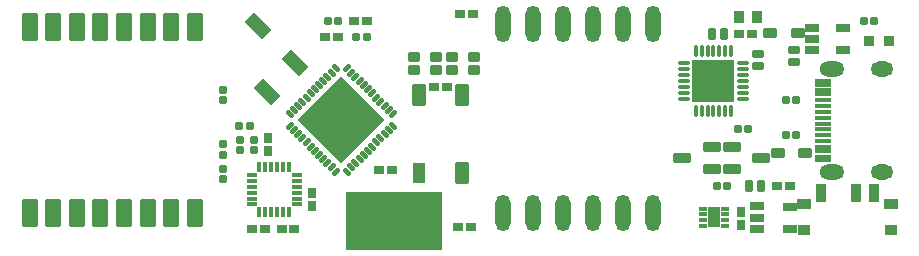
<source format=gts>
G04 Layer: TopSolderMaskLayer*
G04 EasyEDA v6.5.29, 2023-07-07 16:20:56*
G04 d9f499156d004e84aee0404722c7e58c,63a96235fadc4189ab89c93b90d034ab,10*
G04 Gerber Generator version 0.2*
G04 Scale: 100 percent, Rotated: No, Reflected: No *
G04 Dimensions in millimeters *
G04 leading zeros omitted , absolute positions ,4 integer and 5 decimal *
%FSLAX45Y45*%
%MOMM*%

%AMMACRO1*1,1,$1,$2,$3*1,1,$1,$4,$5*1,1,$1,0-$2,0-$3*1,1,$1,0-$4,0-$5*20,1,$1,$2,$3,$4,$5,0*20,1,$1,$4,$5,0-$2,0-$3,0*20,1,$1,0-$2,0-$3,0-$4,0-$5,0*20,1,$1,0-$4,0-$5,$2,$3,0*4,1,4,$2,$3,$4,$5,0-$2,0-$3,0-$4,0-$5,$2,$3,0*%
%ADD10MACRO1,0.1016X-0.395X-0.27X-0.395X0.27*%
%ADD11MACRO1,0.1016X0.395X-0.27X0.395X0.27*%
%ADD12O,1.3015976000000002X3.101594*%
%ADD13MACRO1,0.2032X0.4X0.25X0.4X-0.25*%
%ADD14MACRO1,0.2032X-0.25X0.4X0.25X0.4*%
%ADD15MACRO1,0.1016X-0.5X0.375X0.5X0.375*%
%ADD16MACRO1,0.2032X0.625X0.35X0.625X-0.35*%
%ADD17MACRO1,0.2032X-0.625X-0.35X-0.625X0.35*%
%ADD18MACRO1,0.1016X-0.2828X-0.27X-0.2828X0.27*%
%ADD19MACRO1,0.1016X0.2828X-0.27X0.2828X0.27*%
%ADD20MACRO1,0.1016X1.75X-1.75X-1.75X-1.75*%
%ADD21O,0.38160960000000005X1.0015981999999999*%
%ADD22O,1.0015981999999999X0.38160960000000005*%
%ADD23MACRO1,0.1016X-0.35X0.75X0.35X0.75*%
%ADD24MACRO1,0.1016X-0.5X-0.4X-0.5X0.4*%
%ADD25R,1.1016X0.9016*%
%ADD26MACRO1,0.1016X-0.6X-1.1X-0.6X1.1*%
%ADD27MACRO1,0.1016X0.45X-0.35X-0.45X-0.35*%
%ADD28MACRO1,0.1016X0.27X-0.395X-0.27X-0.395*%
%ADD29MACRO1,0.1016X0.27X0.395X-0.27X0.395*%
%ADD30MACRO1,0.1016X0.2525X-0.14X-0.2525X-0.14*%
%ADD31MACRO1,0.1016X-0.2525X-0.14X0.2525X-0.14*%
%ADD32MACRO1,0.1016X0.45X-0.825X-0.45X-0.825*%
%ADD33MACRO1,0.1016X0.27X-0.2828X-0.27X-0.2828*%
%ADD34MACRO1,0.1016X0.27X0.2828X-0.27X0.2828*%
%ADD35MACRO1,0.1016X0.2828X0.27X0.2828X-0.27*%
%ADD36MACRO1,0.1016X-0.2828X0.27X-0.2828X-0.27*%
%ADD37MACRO1,0.1016X-0.27X0.2828X0.27X0.2828*%
%ADD38MACRO1,0.1016X-0.27X-0.2828X0.27X-0.2828*%
%ADD39MACRO1,0.1016X-0.65X-0.15X-0.65X0.15*%
%ADD40R,1.4016X0.4016*%
%ADD41O,1.9015964X1.3015976000000002*%
%ADD42O,2.1015960000000002X1.3015976000000002*%
%ADD43MACRO1,0.1016X0.395X0.27X0.395X-0.27*%
%ADD44MACRO1,0.1016X-0.395X0.27X-0.395X-0.27*%
%ADD45R,1.1016X1.8016*%
%ADD46MACRO1,0.1016X-0.5X-0.85X-0.5X0.85*%
%ADD47MACRO1,0.1016X-0.3465X0.1485X-0.1485X0.3465*%
%ADD48MACRO1,0.1016X-0.3465X-0.1485X0.1485X0.3465*%
%ADD49MACRO1,0.1016X-3.6063X0X0X3.6063*%
%ADD50MACRO1,0.1016X-0.5X1X0.5X1*%
%ADD51MACRO1,0.1016X-0.4X-0.4X-0.4X0.4*%
%ADD52MACRO1,0.1016X0.4032X0.432X0.4032X-0.432*%
%ADD53MACRO1,0.1016X-0.4032X0.432X-0.4032X-0.432*%
%ADD54MACRO1,0.1016X0.5X-0.3X-0.5X-0.3*%
%ADD55MACRO1,0.1016X-0.5524X0.3112X-0.5524X-0.3112*%
%ADD56MACRO1,0.1016X-0.5524X0.3111X-0.5524X-0.3111*%
%ADD57MACRO1,0.1016X-0.27X0.395X0.27X0.395*%
%ADD58MACRO1,0.1016X-0.27X-0.395X0.27X-0.395*%
%ADD59MACRO1,0.1X-0.3325X0.14X0.3325X0.14*%
%ADD60MACRO1,0.1X-0.14X-0.3325X0.14X-0.3325*%
%ADD61MACRO1,0.1X0.3325X0.14X-0.3325X0.14*%
%ADD62MACRO1,0.1016X0.3412X-1.0341X-1.0341X0.3412*%
%ADD63MACRO1,0.1016X-1.0341X0.3412X0.3412X-1.0341*%
%ADD64C,0.0179*%

%LPD*%
G36*
X-5370017Y7390028D02*
G01*
X-5370017Y6900011D01*
X-4560011Y6900011D01*
X-4560011Y7390028D01*
G37*
D10*
G01*
X-4295485Y8899982D03*
D11*
G01*
X-4404497Y8899982D03*
D12*
G01*
X-2775000Y8809989D03*
G01*
X-3029000Y8809989D03*
G01*
X-3283000Y8809989D03*
G01*
X-3537000Y8809989D03*
G01*
X-3791000Y8809989D03*
G01*
X-4045000Y8809989D03*
G01*
X-4045000Y7209993D03*
G01*
X-3791000Y7209993D03*
G01*
X-3537000Y7209993D03*
G01*
X-3283000Y7209993D03*
G01*
X-3029000Y7209993D03*
G01*
X-2775000Y7209993D03*
D13*
G01*
X-1880003Y8559973D03*
G01*
X-1880003Y8459974D03*
D14*
G01*
X-2269986Y8729974D03*
G01*
X-2169986Y8729974D03*
D10*
G01*
X-1935490Y8729982D03*
D11*
G01*
X-2044501Y8729982D03*
D15*
G01*
X-1482741Y7719984D03*
G01*
X-1717247Y7719984D03*
G01*
X-1547737Y8734993D03*
G01*
X-1782243Y8734993D03*
D16*
G01*
X-2524963Y7679984D03*
G01*
X-2275027Y7774980D03*
G01*
X-2275027Y7584988D03*
D17*
G01*
X-1855028Y7679984D03*
G01*
X-2104964Y7584988D03*
G01*
X-2104964Y7774980D03*
D18*
G01*
X-1966713Y7919984D03*
D19*
G01*
X-2053278Y7919984D03*
D18*
G01*
X-2146712Y7439985D03*
D19*
G01*
X-2233278Y7439985D03*
D20*
G01*
X-2259990Y8329963D03*
D21*
G01*
X-2109876Y8079994D03*
G01*
X-2159914Y8079994D03*
G01*
X-2209952Y8079994D03*
G01*
X-2259990Y8079994D03*
G01*
X-2310028Y8079994D03*
G01*
X-2360066Y8079994D03*
G01*
X-2410104Y8079994D03*
D22*
G01*
X-2510002Y8179866D03*
G01*
X-2510002Y8229904D03*
G01*
X-2510002Y8279942D03*
G01*
X-2510002Y8329980D03*
G01*
X-2510002Y8380018D03*
G01*
X-2510002Y8430056D03*
G01*
X-2510002Y8480094D03*
D21*
G01*
X-2410104Y8579993D03*
G01*
X-2360066Y8579993D03*
G01*
X-2310028Y8579993D03*
G01*
X-2259990Y8579993D03*
G01*
X-2209952Y8579993D03*
G01*
X-2159914Y8579993D03*
G01*
X-2109876Y8579993D03*
D22*
G01*
X-2010003Y8480094D03*
G01*
X-2010003Y8430056D03*
G01*
X-2010003Y8380018D03*
G01*
X-2010003Y8329980D03*
G01*
X-2010003Y8279942D03*
G01*
X-2010003Y8229904D03*
G01*
X-2010003Y8179866D03*
D23*
G01*
X-1349994Y7379990D03*
G01*
X-1049992Y7379990D03*
G01*
X-899993Y7379990D03*
D24*
G01*
X-1489991Y7289990D03*
G01*
X-759995Y7289990D03*
D25*
G01*
X-759993Y7069988D03*
G01*
X-1489989Y7069988D03*
D26*
G01*
X-8049983Y7209984D03*
G01*
X-7849984Y7209984D03*
G01*
X-7649984Y7209984D03*
G01*
X-7449985Y7209984D03*
G01*
X-7249985Y7209984D03*
G01*
X-7049985Y7209984D03*
G01*
X-6849986Y7209984D03*
G01*
X-6649986Y7209984D03*
G01*
X-6649986Y8789982D03*
G01*
X-6849986Y8789982D03*
G01*
X-7049985Y8789982D03*
G01*
X-7249985Y8789982D03*
G01*
X-7449985Y8789982D03*
G01*
X-7649984Y8789982D03*
G01*
X-7849984Y8789982D03*
G01*
X-8049983Y8789982D03*
D27*
G01*
X-4288487Y8424980D03*
G01*
X-4288487Y8534988D03*
G01*
X-4471494Y8534988D03*
G01*
X-4471494Y8424979D03*
G01*
X-4608487Y8424980D03*
G01*
X-4608487Y8534988D03*
G01*
X-4791494Y8534988D03*
G01*
X-4791494Y8424979D03*
D28*
G01*
X-2024992Y7219492D03*
D29*
G01*
X-2024992Y7110481D03*
D30*
G01*
X-2162241Y7099987D03*
G01*
X-2162241Y7149986D03*
G01*
X-2162241Y7199986D03*
G01*
X-2162241Y7249986D03*
D31*
G01*
X-2347742Y7249986D03*
G01*
X-2347742Y7199986D03*
G01*
X-2347742Y7149986D03*
G01*
X-2347742Y7099987D03*
D32*
G01*
X-2254991Y7174986D03*
D33*
G01*
X-6409987Y7793267D03*
D34*
G01*
X-6409987Y7706701D03*
D35*
G01*
X-6273270Y7949984D03*
D36*
G01*
X-6186704Y7949984D03*
D37*
G01*
X-6409987Y8166700D03*
D38*
G01*
X-6409987Y8253266D03*
D33*
G01*
X-6409987Y7583267D03*
D34*
G01*
X-6409987Y7496702D03*
D39*
G01*
X-1333505Y7820066D03*
G01*
X-1333505Y7870079D03*
G01*
X-1333507Y7920066D03*
G01*
X-1333505Y7970079D03*
G01*
X-1333507Y8020066D03*
D40*
G01*
X-1333500Y8070087D03*
D39*
G01*
X-1333505Y8120040D03*
G01*
X-1333505Y8170078D03*
G01*
X-1333492Y7660077D03*
D40*
G01*
X-1333500Y7690078D03*
D39*
G01*
X-1333492Y7740078D03*
G01*
X-1333494Y7770073D03*
G01*
X-1333492Y8220069D03*
G01*
X-1333494Y8250082D03*
G01*
X-1333510Y8300072D03*
G01*
X-1333510Y8330072D03*
D41*
G01*
X-836676Y8427593D03*
D42*
G01*
X-1256664Y8427593D03*
G01*
X-1256664Y7562570D03*
D41*
G01*
X-836676Y7562570D03*
D43*
G01*
X-4624499Y8279983D03*
D44*
G01*
X-4515487Y8279983D03*
D45*
G01*
X-4754905Y7549972D03*
D46*
G01*
X-4755032Y8209983D03*
G01*
X-4384954Y7549984D03*
G01*
X-4384954Y8209983D03*
D47*
G01*
X-5362023Y7563170D03*
G01*
X-5326659Y7598534D03*
G01*
X-5291314Y7633881D03*
G01*
X-5255949Y7669245D03*
G01*
X-5220602Y7704592D03*
G01*
X-5185239Y7739956D03*
G01*
X-5149893Y7775303D03*
G01*
X-5114528Y7810666D03*
G01*
X-5079182Y7846013D03*
G01*
X-5043817Y7881377D03*
G01*
X-5008471Y7916722D03*
G01*
X-4973106Y7952087D03*
D48*
G01*
X-4973106Y8047880D03*
G01*
X-5008471Y8083245D03*
G01*
X-5043817Y8118590D03*
G01*
X-5079182Y8153954D03*
G01*
X-5114528Y8189301D03*
G01*
X-5149893Y8224664D03*
G01*
X-5185239Y8260011D03*
G01*
X-5220602Y8295375D03*
G01*
X-5255949Y8330722D03*
G01*
X-5291314Y8366086D03*
G01*
X-5326659Y8401433D03*
G01*
X-5362023Y8436797D03*
D47*
G01*
X-5457817Y8436797D03*
G01*
X-5493181Y8401433D03*
G01*
X-5528527Y8366086D03*
G01*
X-5563891Y8330722D03*
G01*
X-5599238Y8295375D03*
G01*
X-5634601Y8260011D03*
G01*
X-5669948Y8224664D03*
G01*
X-5705312Y8189301D03*
G01*
X-5740659Y8153954D03*
G01*
X-5776023Y8118590D03*
G01*
X-5811370Y8083245D03*
G01*
X-5846734Y8047880D03*
D48*
G01*
X-5846734Y7952087D03*
G01*
X-5811370Y7916722D03*
G01*
X-5776023Y7881377D03*
G01*
X-5740659Y7846013D03*
G01*
X-5705312Y7810666D03*
G01*
X-5669948Y7775303D03*
G01*
X-5634601Y7739956D03*
G01*
X-5599238Y7704592D03*
G01*
X-5563891Y7669245D03*
G01*
X-5528527Y7633881D03*
G01*
X-5493181Y7598534D03*
G01*
X-5457817Y7563170D03*
D49*
G01*
X-5409920Y7999984D03*
D50*
G01*
X-4689993Y7159985D03*
G01*
X-5229992Y7159985D03*
D14*
G01*
X-1954991Y7445006D03*
G01*
X-1854991Y7445006D03*
D13*
G01*
X-1575008Y8595008D03*
G01*
X-1575008Y8495008D03*
D43*
G01*
X-1719506Y7445014D03*
D44*
G01*
X-1610494Y7445014D03*
D51*
G01*
X-769909Y8665016D03*
G01*
X-940089Y8665016D03*
D52*
G01*
X-2045321Y8869982D03*
D53*
G01*
X-1894671Y8869982D03*
D18*
G01*
X-901713Y8834993D03*
D19*
G01*
X-988279Y8834993D03*
D54*
G01*
X-1164991Y8780015D03*
G01*
X-1164991Y8590023D03*
G01*
X-1425011Y8590023D03*
G01*
X-1425011Y8685019D03*
G01*
X-1425011Y8780015D03*
D55*
G01*
X-1894385Y7077031D03*
D56*
G01*
X-1894385Y7171011D03*
D55*
G01*
X-1894385Y7267526D03*
G01*
X-1614985Y7264991D03*
G01*
X-1614985Y7077031D03*
D57*
G01*
X-5660006Y7275497D03*
D58*
G01*
X-5660006Y7384508D03*
D10*
G01*
X-5807720Y7074176D03*
D11*
G01*
X-5916731Y7074176D03*
D28*
G01*
X-6030005Y7844510D03*
D29*
G01*
X-6030005Y7735498D03*
D43*
G01*
X-6166731Y7074176D03*
D44*
G01*
X-6057719Y7074176D03*
D33*
G01*
X-6270005Y7833287D03*
D34*
G01*
X-6270005Y7746721D03*
D37*
G01*
X-6150005Y7746721D03*
D38*
G01*
X-6150005Y7833287D03*
D59*
G01*
X-6170756Y7535002D03*
G01*
X-6170756Y7485002D03*
G01*
X-6170756Y7435002D03*
G01*
X-6170756Y7385003D03*
G01*
X-6170756Y7335003D03*
G01*
X-6170756Y7285003D03*
D60*
G01*
X-6105005Y7219252D03*
G01*
X-6055005Y7219252D03*
G01*
X-6005005Y7219252D03*
G01*
X-5955005Y7219252D03*
G01*
X-5905005Y7219252D03*
G01*
X-5855006Y7219252D03*
D61*
G01*
X-5789255Y7285003D03*
G01*
X-5789255Y7335003D03*
G01*
X-5789255Y7385003D03*
G01*
X-5789255Y7435002D03*
G01*
X-5789255Y7485002D03*
G01*
X-5789255Y7535002D03*
D60*
G01*
X-5855006Y7600753D03*
G01*
X-5905005Y7600753D03*
G01*
X-5955005Y7600753D03*
G01*
X-6005005Y7600753D03*
G01*
X-6055005Y7600753D03*
G01*
X-6105005Y7600753D03*
D62*
G01*
X-6041275Y8240848D03*
G01*
X-5800859Y8481264D03*
D63*
G01*
X-6118705Y8799109D03*
D43*
G01*
X-5094498Y7579984D03*
D44*
G01*
X-4985486Y7579984D03*
D43*
G01*
X-5304510Y8840005D03*
D44*
G01*
X-5195498Y8840005D03*
D10*
G01*
X-5435500Y8700005D03*
D11*
G01*
X-5544512Y8700005D03*
D43*
G01*
X-4424497Y7089985D03*
D44*
G01*
X-4315485Y7089985D03*
D18*
G01*
X-5196721Y8700005D03*
D19*
G01*
X-5283287Y8700005D03*
D35*
G01*
X-5523289Y8840005D03*
D36*
G01*
X-5436723Y8840005D03*
D18*
G01*
X-1561717Y7875015D03*
D19*
G01*
X-1648283Y7875015D03*
D18*
G01*
X-1561717Y8165015D03*
D19*
G01*
X-1648283Y8165015D03*
M02*

</source>
